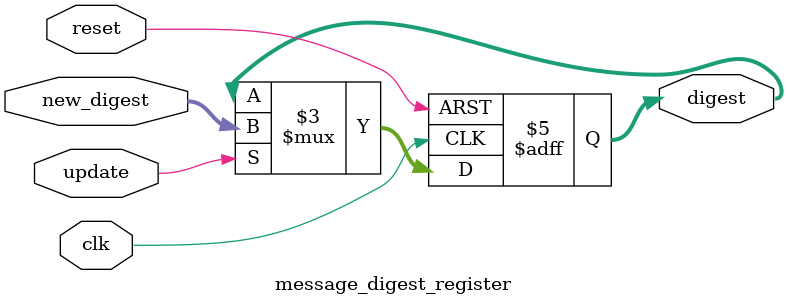
<source format=v>
module message_digest_register (
    input wire clk,
    input wire reset,
    input wire update,
    input wire [255:0] new_digest,
    output reg [255:0] digest
);

    // Khởi tạo các giá trị băm ban đầu theo chuẩn SHA-256
    initial begin
        digest = 256'h6a09e667bb67ae853c6ef372a54ff53a510e527f9b05688c1f83d9ab5be0cd19;
    end

    always @(posedge clk or posedge reset) begin
        if (reset) begin
            // Reset về giá trị ban đầu của SHA-256
            digest <= 256'h6a09e667bb67ae853c6ef372a54ff53a510e527f9b05688c1f83d9ab5be0cd19;
        end
        else if (update) begin
            // Cập nhật giá trị băm mới
            digest <= new_digest;
        end
    end

endmodule
</source>
